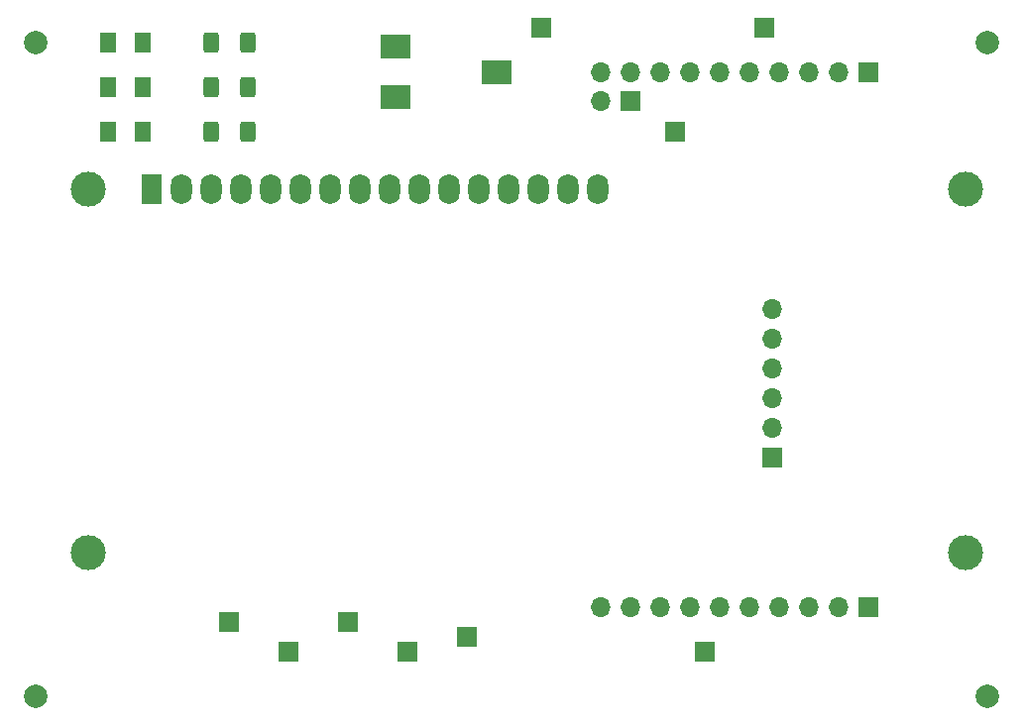
<source format=gbr>
%TF.GenerationSoftware,KiCad,Pcbnew,(6.0.4-0)*%
%TF.CreationDate,2022-04-21T19:16:39-04:00*%
%TF.ProjectId,msp_stuff,6d73705f-7374-4756-9666-2e6b69636164,rev?*%
%TF.SameCoordinates,Original*%
%TF.FileFunction,Soldermask,Top*%
%TF.FilePolarity,Negative*%
%FSLAX46Y46*%
G04 Gerber Fmt 4.6, Leading zero omitted, Abs format (unit mm)*
G04 Created by KiCad (PCBNEW (6.0.4-0)) date 2022-04-21 19:16:39*
%MOMM*%
%LPD*%
G01*
G04 APERTURE LIST*
G04 Aperture macros list*
%AMRoundRect*
0 Rectangle with rounded corners*
0 $1 Rounding radius*
0 $2 $3 $4 $5 $6 $7 $8 $9 X,Y pos of 4 corners*
0 Add a 4 corners polygon primitive as box body*
4,1,4,$2,$3,$4,$5,$6,$7,$8,$9,$2,$3,0*
0 Add four circle primitives for the rounded corners*
1,1,$1+$1,$2,$3*
1,1,$1+$1,$4,$5*
1,1,$1+$1,$6,$7*
1,1,$1+$1,$8,$9*
0 Add four rect primitives between the rounded corners*
20,1,$1+$1,$2,$3,$4,$5,0*
20,1,$1+$1,$4,$5,$6,$7,0*
20,1,$1+$1,$6,$7,$8,$9,0*
20,1,$1+$1,$8,$9,$2,$3,0*%
G04 Aperture macros list end*
%ADD10R,1.700000X1.700000*%
%ADD11O,1.700000X1.700000*%
%ADD12RoundRect,0.250001X-0.462499X-0.624999X0.462499X-0.624999X0.462499X0.624999X-0.462499X0.624999X0*%
%ADD13RoundRect,0.250000X-0.400000X-0.625000X0.400000X-0.625000X0.400000X0.625000X-0.400000X0.625000X0*%
%ADD14C,3.000000*%
%ADD15R,1.800000X2.600000*%
%ADD16O,1.800000X2.600000*%
%ADD17R,2.500000X2.000000*%
%ADD18C,2.000000*%
G04 APERTURE END LIST*
D10*
%TO.C,REF\u002A\u002A*%
X153640000Y-100330000D03*
D11*
X151100000Y-100330000D03*
X148560000Y-100330000D03*
X146020000Y-100330000D03*
X143480000Y-100330000D03*
X140940000Y-100330000D03*
X138400000Y-100330000D03*
X135860000Y-100330000D03*
X133320000Y-100330000D03*
X130780000Y-100330000D03*
%TD*%
D10*
%TO.C,REF\u002A\u002A*%
X114300000Y-149860000D03*
%TD*%
%TO.C,REF\u002A\u002A*%
X153670000Y-146050000D03*
D11*
X151130000Y-146050000D03*
X148590000Y-146050000D03*
X146050000Y-146050000D03*
X143510000Y-146050000D03*
X140970000Y-146050000D03*
X138430000Y-146050000D03*
X135890000Y-146050000D03*
X133350000Y-146050000D03*
X130810000Y-146050000D03*
%TD*%
D12*
%TO.C,D3*%
X88682500Y-97790000D03*
X91657500Y-97790000D03*
%TD*%
D10*
%TO.C,REF\u002A\u002A*%
X145460000Y-133325000D03*
D11*
X145460000Y-130785000D03*
X145460000Y-128245000D03*
X145460000Y-125705000D03*
X145460000Y-123165000D03*
X145460000Y-120625000D03*
%TD*%
D13*
%TO.C,R2*%
X97510000Y-101600000D03*
X100610000Y-101600000D03*
%TD*%
D14*
%TO.C,U1*%
X86960900Y-141373200D03*
X86960900Y-110372500D03*
X161959480Y-141373200D03*
X161960000Y-110372500D03*
D15*
X92460000Y-110372500D03*
D16*
X95000000Y-110372500D03*
X97540000Y-110372500D03*
X100080000Y-110372500D03*
X102620000Y-110372500D03*
X105160000Y-110372500D03*
X107700000Y-110372500D03*
X110240000Y-110372500D03*
X112780000Y-110372500D03*
X115320000Y-110372500D03*
X117860000Y-110372500D03*
X120400000Y-110372500D03*
X122940000Y-110372500D03*
X125480000Y-110372500D03*
X128020000Y-110372500D03*
X130560000Y-110372500D03*
%TD*%
D10*
%TO.C,REF\u002A\u002A*%
X125730000Y-96520000D03*
%TD*%
D17*
%TO.C,RV1*%
X113270000Y-102480000D03*
X121920000Y-100330000D03*
X113270000Y-98180000D03*
%TD*%
D18*
%TO.C,REF\u002A\u002A*%
X82550000Y-97790000D03*
%TD*%
D10*
%TO.C,REF\u002A\u002A*%
X144780000Y-96520000D03*
%TD*%
%TO.C,REF\u002A\u002A*%
X133350000Y-102845000D03*
D11*
X130810000Y-102845000D03*
%TD*%
D18*
%TO.C,REF\u002A\u002A*%
X82550000Y-153670000D03*
%TD*%
D13*
%TO.C,R1*%
X97510000Y-105410000D03*
X100610000Y-105410000D03*
%TD*%
D10*
%TO.C,REF\u002A\u002A*%
X109220000Y-147320000D03*
%TD*%
%TO.C,REF\u002A\u002A*%
X104140000Y-149860000D03*
%TD*%
D18*
%TO.C,REF\u002A\u002A*%
X163830000Y-97790000D03*
%TD*%
D12*
%TO.C,D1*%
X88682500Y-105410000D03*
X91657500Y-105410000D03*
%TD*%
D18*
%TO.C,REF\u002A\u002A*%
X163830000Y-153670000D03*
%TD*%
D10*
%TO.C,REF\u002A\u002A*%
X119380000Y-148590000D03*
%TD*%
%TO.C,REF\u002A\u002A*%
X99060000Y-147320000D03*
%TD*%
%TO.C,REF\u002A\u002A*%
X139700000Y-149860000D03*
%TD*%
%TO.C,REF\u002A\u002A*%
X137160000Y-105410000D03*
%TD*%
D13*
%TO.C,R3*%
X97510000Y-97790000D03*
X100610000Y-97790000D03*
%TD*%
D12*
%TO.C,D2*%
X88682500Y-101600000D03*
X91657500Y-101600000D03*
%TD*%
M02*

</source>
